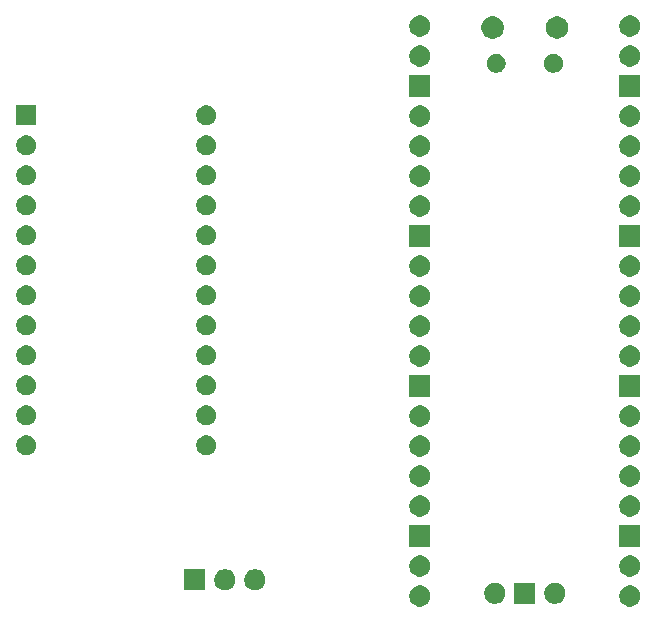
<source format=gbr>
G04 #@! TF.GenerationSoftware,KiCad,Pcbnew,5.1.5+dfsg1-2build2*
G04 #@! TF.CreationDate,2023-01-08T20:57:24+00:00*
G04 #@! TF.ProjectId,rom-reader,726f6d2d-7265-4616-9465-722e6b696361,rev?*
G04 #@! TF.SameCoordinates,Original*
G04 #@! TF.FileFunction,Soldermask,Bot*
G04 #@! TF.FilePolarity,Negative*
%FSLAX46Y46*%
G04 Gerber Fmt 4.6, Leading zero omitted, Abs format (unit mm)*
G04 Created by KiCad (PCBNEW 5.1.5+dfsg1-2build2) date 2023-01-08 20:57:24*
%MOMM*%
%LPD*%
G04 APERTURE LIST*
%ADD10C,0.100000*%
G04 APERTURE END LIST*
D10*
G36*
X66153512Y-35019527D02*
G01*
X66302812Y-35049224D01*
X66466784Y-35117144D01*
X66614354Y-35215747D01*
X66739853Y-35341246D01*
X66838456Y-35488816D01*
X66906376Y-35652788D01*
X66941000Y-35826859D01*
X66941000Y-36004341D01*
X66906376Y-36178412D01*
X66838456Y-36342384D01*
X66739853Y-36489954D01*
X66614354Y-36615453D01*
X66466784Y-36714056D01*
X66302812Y-36781976D01*
X66153512Y-36811673D01*
X66128742Y-36816600D01*
X65951258Y-36816600D01*
X65926488Y-36811673D01*
X65777188Y-36781976D01*
X65613216Y-36714056D01*
X65465646Y-36615453D01*
X65340147Y-36489954D01*
X65241544Y-36342384D01*
X65173624Y-36178412D01*
X65139000Y-36004341D01*
X65139000Y-35826859D01*
X65173624Y-35652788D01*
X65241544Y-35488816D01*
X65340147Y-35341246D01*
X65465646Y-35215747D01*
X65613216Y-35117144D01*
X65777188Y-35049224D01*
X65926488Y-35019527D01*
X65951258Y-35014600D01*
X66128742Y-35014600D01*
X66153512Y-35019527D01*
G37*
G36*
X48373512Y-35019527D02*
G01*
X48522812Y-35049224D01*
X48686784Y-35117144D01*
X48834354Y-35215747D01*
X48959853Y-35341246D01*
X49058456Y-35488816D01*
X49126376Y-35652788D01*
X49161000Y-35826859D01*
X49161000Y-36004341D01*
X49126376Y-36178412D01*
X49058456Y-36342384D01*
X48959853Y-36489954D01*
X48834354Y-36615453D01*
X48686784Y-36714056D01*
X48522812Y-36781976D01*
X48373512Y-36811673D01*
X48348742Y-36816600D01*
X48171258Y-36816600D01*
X48146488Y-36811673D01*
X47997188Y-36781976D01*
X47833216Y-36714056D01*
X47685646Y-36615453D01*
X47560147Y-36489954D01*
X47461544Y-36342384D01*
X47393624Y-36178412D01*
X47359000Y-36004341D01*
X47359000Y-35826859D01*
X47393624Y-35652788D01*
X47461544Y-35488816D01*
X47560147Y-35341246D01*
X47685646Y-35215747D01*
X47833216Y-35117144D01*
X47997188Y-35049224D01*
X48146488Y-35019527D01*
X48171258Y-35014600D01*
X48348742Y-35014600D01*
X48373512Y-35019527D01*
G37*
G36*
X58051000Y-36586600D02*
G01*
X56249000Y-36586600D01*
X56249000Y-34784600D01*
X58051000Y-34784600D01*
X58051000Y-36586600D01*
G37*
G36*
X59803512Y-34789527D02*
G01*
X59952812Y-34819224D01*
X60116784Y-34887144D01*
X60264354Y-34985747D01*
X60389853Y-35111246D01*
X60488456Y-35258816D01*
X60556376Y-35422788D01*
X60591000Y-35596859D01*
X60591000Y-35774341D01*
X60556376Y-35948412D01*
X60488456Y-36112384D01*
X60389853Y-36259954D01*
X60264354Y-36385453D01*
X60116784Y-36484056D01*
X59952812Y-36551976D01*
X59803512Y-36581673D01*
X59778742Y-36586600D01*
X59601258Y-36586600D01*
X59576488Y-36581673D01*
X59427188Y-36551976D01*
X59263216Y-36484056D01*
X59115646Y-36385453D01*
X58990147Y-36259954D01*
X58891544Y-36112384D01*
X58823624Y-35948412D01*
X58789000Y-35774341D01*
X58789000Y-35596859D01*
X58823624Y-35422788D01*
X58891544Y-35258816D01*
X58990147Y-35111246D01*
X59115646Y-34985747D01*
X59263216Y-34887144D01*
X59427188Y-34819224D01*
X59576488Y-34789527D01*
X59601258Y-34784600D01*
X59778742Y-34784600D01*
X59803512Y-34789527D01*
G37*
G36*
X54723512Y-34789527D02*
G01*
X54872812Y-34819224D01*
X55036784Y-34887144D01*
X55184354Y-34985747D01*
X55309853Y-35111246D01*
X55408456Y-35258816D01*
X55476376Y-35422788D01*
X55511000Y-35596859D01*
X55511000Y-35774341D01*
X55476376Y-35948412D01*
X55408456Y-36112384D01*
X55309853Y-36259954D01*
X55184354Y-36385453D01*
X55036784Y-36484056D01*
X54872812Y-36551976D01*
X54723512Y-36581673D01*
X54698742Y-36586600D01*
X54521258Y-36586600D01*
X54496488Y-36581673D01*
X54347188Y-36551976D01*
X54183216Y-36484056D01*
X54035646Y-36385453D01*
X53910147Y-36259954D01*
X53811544Y-36112384D01*
X53743624Y-35948412D01*
X53709000Y-35774341D01*
X53709000Y-35596859D01*
X53743624Y-35422788D01*
X53811544Y-35258816D01*
X53910147Y-35111246D01*
X54035646Y-34985747D01*
X54183216Y-34887144D01*
X54347188Y-34819224D01*
X54496488Y-34789527D01*
X54521258Y-34784600D01*
X54698742Y-34784600D01*
X54723512Y-34789527D01*
G37*
G36*
X34403512Y-33647927D02*
G01*
X34552812Y-33677624D01*
X34716784Y-33745544D01*
X34864354Y-33844147D01*
X34989853Y-33969646D01*
X35088456Y-34117216D01*
X35156376Y-34281188D01*
X35191000Y-34455259D01*
X35191000Y-34632741D01*
X35156376Y-34806812D01*
X35088456Y-34970784D01*
X34989853Y-35118354D01*
X34864354Y-35243853D01*
X34716784Y-35342456D01*
X34552812Y-35410376D01*
X34403512Y-35440073D01*
X34378742Y-35445000D01*
X34201258Y-35445000D01*
X34176488Y-35440073D01*
X34027188Y-35410376D01*
X33863216Y-35342456D01*
X33715646Y-35243853D01*
X33590147Y-35118354D01*
X33491544Y-34970784D01*
X33423624Y-34806812D01*
X33389000Y-34632741D01*
X33389000Y-34455259D01*
X33423624Y-34281188D01*
X33491544Y-34117216D01*
X33590147Y-33969646D01*
X33715646Y-33844147D01*
X33863216Y-33745544D01*
X34027188Y-33677624D01*
X34176488Y-33647927D01*
X34201258Y-33643000D01*
X34378742Y-33643000D01*
X34403512Y-33647927D01*
G37*
G36*
X30111000Y-35445000D02*
G01*
X28309000Y-35445000D01*
X28309000Y-33643000D01*
X30111000Y-33643000D01*
X30111000Y-35445000D01*
G37*
G36*
X31863512Y-33647927D02*
G01*
X32012812Y-33677624D01*
X32176784Y-33745544D01*
X32324354Y-33844147D01*
X32449853Y-33969646D01*
X32548456Y-34117216D01*
X32616376Y-34281188D01*
X32651000Y-34455259D01*
X32651000Y-34632741D01*
X32616376Y-34806812D01*
X32548456Y-34970784D01*
X32449853Y-35118354D01*
X32324354Y-35243853D01*
X32176784Y-35342456D01*
X32012812Y-35410376D01*
X31863512Y-35440073D01*
X31838742Y-35445000D01*
X31661258Y-35445000D01*
X31636488Y-35440073D01*
X31487188Y-35410376D01*
X31323216Y-35342456D01*
X31175646Y-35243853D01*
X31050147Y-35118354D01*
X30951544Y-34970784D01*
X30883624Y-34806812D01*
X30849000Y-34632741D01*
X30849000Y-34455259D01*
X30883624Y-34281188D01*
X30951544Y-34117216D01*
X31050147Y-33969646D01*
X31175646Y-33844147D01*
X31323216Y-33745544D01*
X31487188Y-33677624D01*
X31636488Y-33647927D01*
X31661258Y-33643000D01*
X31838742Y-33643000D01*
X31863512Y-33647927D01*
G37*
G36*
X48373512Y-32479527D02*
G01*
X48522812Y-32509224D01*
X48686784Y-32577144D01*
X48834354Y-32675747D01*
X48959853Y-32801246D01*
X49058456Y-32948816D01*
X49126376Y-33112788D01*
X49161000Y-33286859D01*
X49161000Y-33464341D01*
X49126376Y-33638412D01*
X49058456Y-33802384D01*
X48959853Y-33949954D01*
X48834354Y-34075453D01*
X48686784Y-34174056D01*
X48522812Y-34241976D01*
X48373512Y-34271673D01*
X48348742Y-34276600D01*
X48171258Y-34276600D01*
X48146488Y-34271673D01*
X47997188Y-34241976D01*
X47833216Y-34174056D01*
X47685646Y-34075453D01*
X47560147Y-33949954D01*
X47461544Y-33802384D01*
X47393624Y-33638412D01*
X47359000Y-33464341D01*
X47359000Y-33286859D01*
X47393624Y-33112788D01*
X47461544Y-32948816D01*
X47560147Y-32801246D01*
X47685646Y-32675747D01*
X47833216Y-32577144D01*
X47997188Y-32509224D01*
X48146488Y-32479527D01*
X48171258Y-32474600D01*
X48348742Y-32474600D01*
X48373512Y-32479527D01*
G37*
G36*
X66153512Y-32479527D02*
G01*
X66302812Y-32509224D01*
X66466784Y-32577144D01*
X66614354Y-32675747D01*
X66739853Y-32801246D01*
X66838456Y-32948816D01*
X66906376Y-33112788D01*
X66941000Y-33286859D01*
X66941000Y-33464341D01*
X66906376Y-33638412D01*
X66838456Y-33802384D01*
X66739853Y-33949954D01*
X66614354Y-34075453D01*
X66466784Y-34174056D01*
X66302812Y-34241976D01*
X66153512Y-34271673D01*
X66128742Y-34276600D01*
X65951258Y-34276600D01*
X65926488Y-34271673D01*
X65777188Y-34241976D01*
X65613216Y-34174056D01*
X65465646Y-34075453D01*
X65340147Y-33949954D01*
X65241544Y-33802384D01*
X65173624Y-33638412D01*
X65139000Y-33464341D01*
X65139000Y-33286859D01*
X65173624Y-33112788D01*
X65241544Y-32948816D01*
X65340147Y-32801246D01*
X65465646Y-32675747D01*
X65613216Y-32577144D01*
X65777188Y-32509224D01*
X65926488Y-32479527D01*
X65951258Y-32474600D01*
X66128742Y-32474600D01*
X66153512Y-32479527D01*
G37*
G36*
X49161000Y-31736600D02*
G01*
X47359000Y-31736600D01*
X47359000Y-29934600D01*
X49161000Y-29934600D01*
X49161000Y-31736600D01*
G37*
G36*
X66941000Y-31736600D02*
G01*
X65139000Y-31736600D01*
X65139000Y-29934600D01*
X66941000Y-29934600D01*
X66941000Y-31736600D01*
G37*
G36*
X48373512Y-27399527D02*
G01*
X48522812Y-27429224D01*
X48686784Y-27497144D01*
X48834354Y-27595747D01*
X48959853Y-27721246D01*
X49058456Y-27868816D01*
X49126376Y-28032788D01*
X49161000Y-28206859D01*
X49161000Y-28384341D01*
X49126376Y-28558412D01*
X49058456Y-28722384D01*
X48959853Y-28869954D01*
X48834354Y-28995453D01*
X48686784Y-29094056D01*
X48522812Y-29161976D01*
X48373512Y-29191673D01*
X48348742Y-29196600D01*
X48171258Y-29196600D01*
X48146488Y-29191673D01*
X47997188Y-29161976D01*
X47833216Y-29094056D01*
X47685646Y-28995453D01*
X47560147Y-28869954D01*
X47461544Y-28722384D01*
X47393624Y-28558412D01*
X47359000Y-28384341D01*
X47359000Y-28206859D01*
X47393624Y-28032788D01*
X47461544Y-27868816D01*
X47560147Y-27721246D01*
X47685646Y-27595747D01*
X47833216Y-27497144D01*
X47997188Y-27429224D01*
X48146488Y-27399527D01*
X48171258Y-27394600D01*
X48348742Y-27394600D01*
X48373512Y-27399527D01*
G37*
G36*
X66153512Y-27399527D02*
G01*
X66302812Y-27429224D01*
X66466784Y-27497144D01*
X66614354Y-27595747D01*
X66739853Y-27721246D01*
X66838456Y-27868816D01*
X66906376Y-28032788D01*
X66941000Y-28206859D01*
X66941000Y-28384341D01*
X66906376Y-28558412D01*
X66838456Y-28722384D01*
X66739853Y-28869954D01*
X66614354Y-28995453D01*
X66466784Y-29094056D01*
X66302812Y-29161976D01*
X66153512Y-29191673D01*
X66128742Y-29196600D01*
X65951258Y-29196600D01*
X65926488Y-29191673D01*
X65777188Y-29161976D01*
X65613216Y-29094056D01*
X65465646Y-28995453D01*
X65340147Y-28869954D01*
X65241544Y-28722384D01*
X65173624Y-28558412D01*
X65139000Y-28384341D01*
X65139000Y-28206859D01*
X65173624Y-28032788D01*
X65241544Y-27868816D01*
X65340147Y-27721246D01*
X65465646Y-27595747D01*
X65613216Y-27497144D01*
X65777188Y-27429224D01*
X65926488Y-27399527D01*
X65951258Y-27394600D01*
X66128742Y-27394600D01*
X66153512Y-27399527D01*
G37*
G36*
X66153512Y-24859527D02*
G01*
X66302812Y-24889224D01*
X66466784Y-24957144D01*
X66614354Y-25055747D01*
X66739853Y-25181246D01*
X66838456Y-25328816D01*
X66906376Y-25492788D01*
X66941000Y-25666859D01*
X66941000Y-25844341D01*
X66906376Y-26018412D01*
X66838456Y-26182384D01*
X66739853Y-26329954D01*
X66614354Y-26455453D01*
X66466784Y-26554056D01*
X66302812Y-26621976D01*
X66153512Y-26651673D01*
X66128742Y-26656600D01*
X65951258Y-26656600D01*
X65926488Y-26651673D01*
X65777188Y-26621976D01*
X65613216Y-26554056D01*
X65465646Y-26455453D01*
X65340147Y-26329954D01*
X65241544Y-26182384D01*
X65173624Y-26018412D01*
X65139000Y-25844341D01*
X65139000Y-25666859D01*
X65173624Y-25492788D01*
X65241544Y-25328816D01*
X65340147Y-25181246D01*
X65465646Y-25055747D01*
X65613216Y-24957144D01*
X65777188Y-24889224D01*
X65926488Y-24859527D01*
X65951258Y-24854600D01*
X66128742Y-24854600D01*
X66153512Y-24859527D01*
G37*
G36*
X48373512Y-24859527D02*
G01*
X48522812Y-24889224D01*
X48686784Y-24957144D01*
X48834354Y-25055747D01*
X48959853Y-25181246D01*
X49058456Y-25328816D01*
X49126376Y-25492788D01*
X49161000Y-25666859D01*
X49161000Y-25844341D01*
X49126376Y-26018412D01*
X49058456Y-26182384D01*
X48959853Y-26329954D01*
X48834354Y-26455453D01*
X48686784Y-26554056D01*
X48522812Y-26621976D01*
X48373512Y-26651673D01*
X48348742Y-26656600D01*
X48171258Y-26656600D01*
X48146488Y-26651673D01*
X47997188Y-26621976D01*
X47833216Y-26554056D01*
X47685646Y-26455453D01*
X47560147Y-26329954D01*
X47461544Y-26182384D01*
X47393624Y-26018412D01*
X47359000Y-25844341D01*
X47359000Y-25666859D01*
X47393624Y-25492788D01*
X47461544Y-25328816D01*
X47560147Y-25181246D01*
X47685646Y-25055747D01*
X47833216Y-24957144D01*
X47997188Y-24889224D01*
X48146488Y-24859527D01*
X48171258Y-24854600D01*
X48348742Y-24854600D01*
X48373512Y-24859527D01*
G37*
G36*
X66153512Y-22319527D02*
G01*
X66302812Y-22349224D01*
X66466784Y-22417144D01*
X66614354Y-22515747D01*
X66739853Y-22641246D01*
X66838456Y-22788816D01*
X66906376Y-22952788D01*
X66941000Y-23126859D01*
X66941000Y-23304341D01*
X66906376Y-23478412D01*
X66838456Y-23642384D01*
X66739853Y-23789954D01*
X66614354Y-23915453D01*
X66466784Y-24014056D01*
X66302812Y-24081976D01*
X66153512Y-24111673D01*
X66128742Y-24116600D01*
X65951258Y-24116600D01*
X65926488Y-24111673D01*
X65777188Y-24081976D01*
X65613216Y-24014056D01*
X65465646Y-23915453D01*
X65340147Y-23789954D01*
X65241544Y-23642384D01*
X65173624Y-23478412D01*
X65139000Y-23304341D01*
X65139000Y-23126859D01*
X65173624Y-22952788D01*
X65241544Y-22788816D01*
X65340147Y-22641246D01*
X65465646Y-22515747D01*
X65613216Y-22417144D01*
X65777188Y-22349224D01*
X65926488Y-22319527D01*
X65951258Y-22314600D01*
X66128742Y-22314600D01*
X66153512Y-22319527D01*
G37*
G36*
X48373512Y-22319527D02*
G01*
X48522812Y-22349224D01*
X48686784Y-22417144D01*
X48834354Y-22515747D01*
X48959853Y-22641246D01*
X49058456Y-22788816D01*
X49126376Y-22952788D01*
X49161000Y-23126859D01*
X49161000Y-23304341D01*
X49126376Y-23478412D01*
X49058456Y-23642384D01*
X48959853Y-23789954D01*
X48834354Y-23915453D01*
X48686784Y-24014056D01*
X48522812Y-24081976D01*
X48373512Y-24111673D01*
X48348742Y-24116600D01*
X48171258Y-24116600D01*
X48146488Y-24111673D01*
X47997188Y-24081976D01*
X47833216Y-24014056D01*
X47685646Y-23915453D01*
X47560147Y-23789954D01*
X47461544Y-23642384D01*
X47393624Y-23478412D01*
X47359000Y-23304341D01*
X47359000Y-23126859D01*
X47393624Y-22952788D01*
X47461544Y-22788816D01*
X47560147Y-22641246D01*
X47685646Y-22515747D01*
X47833216Y-22417144D01*
X47997188Y-22349224D01*
X48146488Y-22319527D01*
X48171258Y-22314600D01*
X48348742Y-22314600D01*
X48373512Y-22319527D01*
G37*
G36*
X15191629Y-22346704D02*
G01*
X15346501Y-22410854D01*
X15485882Y-22503986D01*
X15604416Y-22622520D01*
X15697548Y-22761901D01*
X15761698Y-22916773D01*
X15794401Y-23081185D01*
X15794401Y-23248817D01*
X15761698Y-23413229D01*
X15697548Y-23568101D01*
X15604416Y-23707482D01*
X15485882Y-23826016D01*
X15346501Y-23919148D01*
X15191629Y-23983298D01*
X15027217Y-24016001D01*
X14859585Y-24016001D01*
X14695173Y-23983298D01*
X14540301Y-23919148D01*
X14400920Y-23826016D01*
X14282386Y-23707482D01*
X14189254Y-23568101D01*
X14125104Y-23413229D01*
X14092401Y-23248817D01*
X14092401Y-23081185D01*
X14125104Y-22916773D01*
X14189254Y-22761901D01*
X14282386Y-22622520D01*
X14400920Y-22503986D01*
X14540301Y-22410854D01*
X14695173Y-22346704D01*
X14859585Y-22314001D01*
X15027217Y-22314001D01*
X15191629Y-22346704D01*
G37*
G36*
X30431629Y-22346704D02*
G01*
X30586501Y-22410854D01*
X30725882Y-22503986D01*
X30844416Y-22622520D01*
X30937548Y-22761901D01*
X31001698Y-22916773D01*
X31034401Y-23081185D01*
X31034401Y-23248817D01*
X31001698Y-23413229D01*
X30937548Y-23568101D01*
X30844416Y-23707482D01*
X30725882Y-23826016D01*
X30586501Y-23919148D01*
X30431629Y-23983298D01*
X30267217Y-24016001D01*
X30099585Y-24016001D01*
X29935173Y-23983298D01*
X29780301Y-23919148D01*
X29640920Y-23826016D01*
X29522386Y-23707482D01*
X29429254Y-23568101D01*
X29365104Y-23413229D01*
X29332401Y-23248817D01*
X29332401Y-23081185D01*
X29365104Y-22916773D01*
X29429254Y-22761901D01*
X29522386Y-22622520D01*
X29640920Y-22503986D01*
X29780301Y-22410854D01*
X29935173Y-22346704D01*
X30099585Y-22314001D01*
X30267217Y-22314001D01*
X30431629Y-22346704D01*
G37*
G36*
X66153512Y-19779527D02*
G01*
X66302812Y-19809224D01*
X66466784Y-19877144D01*
X66614354Y-19975747D01*
X66739853Y-20101246D01*
X66838456Y-20248816D01*
X66906376Y-20412788D01*
X66941000Y-20586859D01*
X66941000Y-20764341D01*
X66906376Y-20938412D01*
X66838456Y-21102384D01*
X66739853Y-21249954D01*
X66614354Y-21375453D01*
X66466784Y-21474056D01*
X66302812Y-21541976D01*
X66153512Y-21571673D01*
X66128742Y-21576600D01*
X65951258Y-21576600D01*
X65926488Y-21571673D01*
X65777188Y-21541976D01*
X65613216Y-21474056D01*
X65465646Y-21375453D01*
X65340147Y-21249954D01*
X65241544Y-21102384D01*
X65173624Y-20938412D01*
X65139000Y-20764341D01*
X65139000Y-20586859D01*
X65173624Y-20412788D01*
X65241544Y-20248816D01*
X65340147Y-20101246D01*
X65465646Y-19975747D01*
X65613216Y-19877144D01*
X65777188Y-19809224D01*
X65926488Y-19779527D01*
X65951258Y-19774600D01*
X66128742Y-19774600D01*
X66153512Y-19779527D01*
G37*
G36*
X48373512Y-19779527D02*
G01*
X48522812Y-19809224D01*
X48686784Y-19877144D01*
X48834354Y-19975747D01*
X48959853Y-20101246D01*
X49058456Y-20248816D01*
X49126376Y-20412788D01*
X49161000Y-20586859D01*
X49161000Y-20764341D01*
X49126376Y-20938412D01*
X49058456Y-21102384D01*
X48959853Y-21249954D01*
X48834354Y-21375453D01*
X48686784Y-21474056D01*
X48522812Y-21541976D01*
X48373512Y-21571673D01*
X48348742Y-21576600D01*
X48171258Y-21576600D01*
X48146488Y-21571673D01*
X47997188Y-21541976D01*
X47833216Y-21474056D01*
X47685646Y-21375453D01*
X47560147Y-21249954D01*
X47461544Y-21102384D01*
X47393624Y-20938412D01*
X47359000Y-20764341D01*
X47359000Y-20586859D01*
X47393624Y-20412788D01*
X47461544Y-20248816D01*
X47560147Y-20101246D01*
X47685646Y-19975747D01*
X47833216Y-19877144D01*
X47997188Y-19809224D01*
X48146488Y-19779527D01*
X48171258Y-19774600D01*
X48348742Y-19774600D01*
X48373512Y-19779527D01*
G37*
G36*
X30431629Y-19806704D02*
G01*
X30586501Y-19870854D01*
X30725882Y-19963986D01*
X30844416Y-20082520D01*
X30937548Y-20221901D01*
X31001698Y-20376773D01*
X31034401Y-20541185D01*
X31034401Y-20708817D01*
X31001698Y-20873229D01*
X30937548Y-21028101D01*
X30844416Y-21167482D01*
X30725882Y-21286016D01*
X30586501Y-21379148D01*
X30431629Y-21443298D01*
X30267217Y-21476001D01*
X30099585Y-21476001D01*
X29935173Y-21443298D01*
X29780301Y-21379148D01*
X29640920Y-21286016D01*
X29522386Y-21167482D01*
X29429254Y-21028101D01*
X29365104Y-20873229D01*
X29332401Y-20708817D01*
X29332401Y-20541185D01*
X29365104Y-20376773D01*
X29429254Y-20221901D01*
X29522386Y-20082520D01*
X29640920Y-19963986D01*
X29780301Y-19870854D01*
X29935173Y-19806704D01*
X30099585Y-19774001D01*
X30267217Y-19774001D01*
X30431629Y-19806704D01*
G37*
G36*
X15191629Y-19806704D02*
G01*
X15346501Y-19870854D01*
X15485882Y-19963986D01*
X15604416Y-20082520D01*
X15697548Y-20221901D01*
X15761698Y-20376773D01*
X15794401Y-20541185D01*
X15794401Y-20708817D01*
X15761698Y-20873229D01*
X15697548Y-21028101D01*
X15604416Y-21167482D01*
X15485882Y-21286016D01*
X15346501Y-21379148D01*
X15191629Y-21443298D01*
X15027217Y-21476001D01*
X14859585Y-21476001D01*
X14695173Y-21443298D01*
X14540301Y-21379148D01*
X14400920Y-21286016D01*
X14282386Y-21167482D01*
X14189254Y-21028101D01*
X14125104Y-20873229D01*
X14092401Y-20708817D01*
X14092401Y-20541185D01*
X14125104Y-20376773D01*
X14189254Y-20221901D01*
X14282386Y-20082520D01*
X14400920Y-19963986D01*
X14540301Y-19870854D01*
X14695173Y-19806704D01*
X14859585Y-19774001D01*
X15027217Y-19774001D01*
X15191629Y-19806704D01*
G37*
G36*
X66941000Y-19036600D02*
G01*
X65139000Y-19036600D01*
X65139000Y-17234600D01*
X66941000Y-17234600D01*
X66941000Y-19036600D01*
G37*
G36*
X49161000Y-19036600D02*
G01*
X47359000Y-19036600D01*
X47359000Y-17234600D01*
X49161000Y-17234600D01*
X49161000Y-19036600D01*
G37*
G36*
X30431629Y-17266704D02*
G01*
X30586501Y-17330854D01*
X30725882Y-17423986D01*
X30844416Y-17542520D01*
X30937548Y-17681901D01*
X31001698Y-17836773D01*
X31034401Y-18001185D01*
X31034401Y-18168817D01*
X31001698Y-18333229D01*
X30937548Y-18488101D01*
X30844416Y-18627482D01*
X30725882Y-18746016D01*
X30586501Y-18839148D01*
X30431629Y-18903298D01*
X30267217Y-18936001D01*
X30099585Y-18936001D01*
X29935173Y-18903298D01*
X29780301Y-18839148D01*
X29640920Y-18746016D01*
X29522386Y-18627482D01*
X29429254Y-18488101D01*
X29365104Y-18333229D01*
X29332401Y-18168817D01*
X29332401Y-18001185D01*
X29365104Y-17836773D01*
X29429254Y-17681901D01*
X29522386Y-17542520D01*
X29640920Y-17423986D01*
X29780301Y-17330854D01*
X29935173Y-17266704D01*
X30099585Y-17234001D01*
X30267217Y-17234001D01*
X30431629Y-17266704D01*
G37*
G36*
X15191629Y-17266704D02*
G01*
X15346501Y-17330854D01*
X15485882Y-17423986D01*
X15604416Y-17542520D01*
X15697548Y-17681901D01*
X15761698Y-17836773D01*
X15794401Y-18001185D01*
X15794401Y-18168817D01*
X15761698Y-18333229D01*
X15697548Y-18488101D01*
X15604416Y-18627482D01*
X15485882Y-18746016D01*
X15346501Y-18839148D01*
X15191629Y-18903298D01*
X15027217Y-18936001D01*
X14859585Y-18936001D01*
X14695173Y-18903298D01*
X14540301Y-18839148D01*
X14400920Y-18746016D01*
X14282386Y-18627482D01*
X14189254Y-18488101D01*
X14125104Y-18333229D01*
X14092401Y-18168817D01*
X14092401Y-18001185D01*
X14125104Y-17836773D01*
X14189254Y-17681901D01*
X14282386Y-17542520D01*
X14400920Y-17423986D01*
X14540301Y-17330854D01*
X14695173Y-17266704D01*
X14859585Y-17234001D01*
X15027217Y-17234001D01*
X15191629Y-17266704D01*
G37*
G36*
X48373512Y-14699527D02*
G01*
X48522812Y-14729224D01*
X48686784Y-14797144D01*
X48834354Y-14895747D01*
X48959853Y-15021246D01*
X49058456Y-15168816D01*
X49126376Y-15332788D01*
X49161000Y-15506859D01*
X49161000Y-15684341D01*
X49126376Y-15858412D01*
X49058456Y-16022384D01*
X48959853Y-16169954D01*
X48834354Y-16295453D01*
X48686784Y-16394056D01*
X48522812Y-16461976D01*
X48373512Y-16491673D01*
X48348742Y-16496600D01*
X48171258Y-16496600D01*
X48146488Y-16491673D01*
X47997188Y-16461976D01*
X47833216Y-16394056D01*
X47685646Y-16295453D01*
X47560147Y-16169954D01*
X47461544Y-16022384D01*
X47393624Y-15858412D01*
X47359000Y-15684341D01*
X47359000Y-15506859D01*
X47393624Y-15332788D01*
X47461544Y-15168816D01*
X47560147Y-15021246D01*
X47685646Y-14895747D01*
X47833216Y-14797144D01*
X47997188Y-14729224D01*
X48146488Y-14699527D01*
X48171258Y-14694600D01*
X48348742Y-14694600D01*
X48373512Y-14699527D01*
G37*
G36*
X66153512Y-14699527D02*
G01*
X66302812Y-14729224D01*
X66466784Y-14797144D01*
X66614354Y-14895747D01*
X66739853Y-15021246D01*
X66838456Y-15168816D01*
X66906376Y-15332788D01*
X66941000Y-15506859D01*
X66941000Y-15684341D01*
X66906376Y-15858412D01*
X66838456Y-16022384D01*
X66739853Y-16169954D01*
X66614354Y-16295453D01*
X66466784Y-16394056D01*
X66302812Y-16461976D01*
X66153512Y-16491673D01*
X66128742Y-16496600D01*
X65951258Y-16496600D01*
X65926488Y-16491673D01*
X65777188Y-16461976D01*
X65613216Y-16394056D01*
X65465646Y-16295453D01*
X65340147Y-16169954D01*
X65241544Y-16022384D01*
X65173624Y-15858412D01*
X65139000Y-15684341D01*
X65139000Y-15506859D01*
X65173624Y-15332788D01*
X65241544Y-15168816D01*
X65340147Y-15021246D01*
X65465646Y-14895747D01*
X65613216Y-14797144D01*
X65777188Y-14729224D01*
X65926488Y-14699527D01*
X65951258Y-14694600D01*
X66128742Y-14694600D01*
X66153512Y-14699527D01*
G37*
G36*
X30431629Y-14726704D02*
G01*
X30586501Y-14790854D01*
X30725882Y-14883986D01*
X30844416Y-15002520D01*
X30937548Y-15141901D01*
X31001698Y-15296773D01*
X31034401Y-15461185D01*
X31034401Y-15628817D01*
X31001698Y-15793229D01*
X30937548Y-15948101D01*
X30844416Y-16087482D01*
X30725882Y-16206016D01*
X30586501Y-16299148D01*
X30431629Y-16363298D01*
X30267217Y-16396001D01*
X30099585Y-16396001D01*
X29935173Y-16363298D01*
X29780301Y-16299148D01*
X29640920Y-16206016D01*
X29522386Y-16087482D01*
X29429254Y-15948101D01*
X29365104Y-15793229D01*
X29332401Y-15628817D01*
X29332401Y-15461185D01*
X29365104Y-15296773D01*
X29429254Y-15141901D01*
X29522386Y-15002520D01*
X29640920Y-14883986D01*
X29780301Y-14790854D01*
X29935173Y-14726704D01*
X30099585Y-14694001D01*
X30267217Y-14694001D01*
X30431629Y-14726704D01*
G37*
G36*
X15191629Y-14726704D02*
G01*
X15346501Y-14790854D01*
X15485882Y-14883986D01*
X15604416Y-15002520D01*
X15697548Y-15141901D01*
X15761698Y-15296773D01*
X15794401Y-15461185D01*
X15794401Y-15628817D01*
X15761698Y-15793229D01*
X15697548Y-15948101D01*
X15604416Y-16087482D01*
X15485882Y-16206016D01*
X15346501Y-16299148D01*
X15191629Y-16363298D01*
X15027217Y-16396001D01*
X14859585Y-16396001D01*
X14695173Y-16363298D01*
X14540301Y-16299148D01*
X14400920Y-16206016D01*
X14282386Y-16087482D01*
X14189254Y-15948101D01*
X14125104Y-15793229D01*
X14092401Y-15628817D01*
X14092401Y-15461185D01*
X14125104Y-15296773D01*
X14189254Y-15141901D01*
X14282386Y-15002520D01*
X14400920Y-14883986D01*
X14540301Y-14790854D01*
X14695173Y-14726704D01*
X14859585Y-14694001D01*
X15027217Y-14694001D01*
X15191629Y-14726704D01*
G37*
G36*
X48373512Y-12159527D02*
G01*
X48522812Y-12189224D01*
X48686784Y-12257144D01*
X48834354Y-12355747D01*
X48959853Y-12481246D01*
X49058456Y-12628816D01*
X49126376Y-12792788D01*
X49161000Y-12966859D01*
X49161000Y-13144341D01*
X49126376Y-13318412D01*
X49058456Y-13482384D01*
X48959853Y-13629954D01*
X48834354Y-13755453D01*
X48686784Y-13854056D01*
X48522812Y-13921976D01*
X48373512Y-13951673D01*
X48348742Y-13956600D01*
X48171258Y-13956600D01*
X48146488Y-13951673D01*
X47997188Y-13921976D01*
X47833216Y-13854056D01*
X47685646Y-13755453D01*
X47560147Y-13629954D01*
X47461544Y-13482384D01*
X47393624Y-13318412D01*
X47359000Y-13144341D01*
X47359000Y-12966859D01*
X47393624Y-12792788D01*
X47461544Y-12628816D01*
X47560147Y-12481246D01*
X47685646Y-12355747D01*
X47833216Y-12257144D01*
X47997188Y-12189224D01*
X48146488Y-12159527D01*
X48171258Y-12154600D01*
X48348742Y-12154600D01*
X48373512Y-12159527D01*
G37*
G36*
X66153512Y-12159527D02*
G01*
X66302812Y-12189224D01*
X66466784Y-12257144D01*
X66614354Y-12355747D01*
X66739853Y-12481246D01*
X66838456Y-12628816D01*
X66906376Y-12792788D01*
X66941000Y-12966859D01*
X66941000Y-13144341D01*
X66906376Y-13318412D01*
X66838456Y-13482384D01*
X66739853Y-13629954D01*
X66614354Y-13755453D01*
X66466784Y-13854056D01*
X66302812Y-13921976D01*
X66153512Y-13951673D01*
X66128742Y-13956600D01*
X65951258Y-13956600D01*
X65926488Y-13951673D01*
X65777188Y-13921976D01*
X65613216Y-13854056D01*
X65465646Y-13755453D01*
X65340147Y-13629954D01*
X65241544Y-13482384D01*
X65173624Y-13318412D01*
X65139000Y-13144341D01*
X65139000Y-12966859D01*
X65173624Y-12792788D01*
X65241544Y-12628816D01*
X65340147Y-12481246D01*
X65465646Y-12355747D01*
X65613216Y-12257144D01*
X65777188Y-12189224D01*
X65926488Y-12159527D01*
X65951258Y-12154600D01*
X66128742Y-12154600D01*
X66153512Y-12159527D01*
G37*
G36*
X15191629Y-12186704D02*
G01*
X15346501Y-12250854D01*
X15485882Y-12343986D01*
X15604416Y-12462520D01*
X15697548Y-12601901D01*
X15761698Y-12756773D01*
X15794401Y-12921185D01*
X15794401Y-13088817D01*
X15761698Y-13253229D01*
X15697548Y-13408101D01*
X15604416Y-13547482D01*
X15485882Y-13666016D01*
X15346501Y-13759148D01*
X15191629Y-13823298D01*
X15027217Y-13856001D01*
X14859585Y-13856001D01*
X14695173Y-13823298D01*
X14540301Y-13759148D01*
X14400920Y-13666016D01*
X14282386Y-13547482D01*
X14189254Y-13408101D01*
X14125104Y-13253229D01*
X14092401Y-13088817D01*
X14092401Y-12921185D01*
X14125104Y-12756773D01*
X14189254Y-12601901D01*
X14282386Y-12462520D01*
X14400920Y-12343986D01*
X14540301Y-12250854D01*
X14695173Y-12186704D01*
X14859585Y-12154001D01*
X15027217Y-12154001D01*
X15191629Y-12186704D01*
G37*
G36*
X30431629Y-12186704D02*
G01*
X30586501Y-12250854D01*
X30725882Y-12343986D01*
X30844416Y-12462520D01*
X30937548Y-12601901D01*
X31001698Y-12756773D01*
X31034401Y-12921185D01*
X31034401Y-13088817D01*
X31001698Y-13253229D01*
X30937548Y-13408101D01*
X30844416Y-13547482D01*
X30725882Y-13666016D01*
X30586501Y-13759148D01*
X30431629Y-13823298D01*
X30267217Y-13856001D01*
X30099585Y-13856001D01*
X29935173Y-13823298D01*
X29780301Y-13759148D01*
X29640920Y-13666016D01*
X29522386Y-13547482D01*
X29429254Y-13408101D01*
X29365104Y-13253229D01*
X29332401Y-13088817D01*
X29332401Y-12921185D01*
X29365104Y-12756773D01*
X29429254Y-12601901D01*
X29522386Y-12462520D01*
X29640920Y-12343986D01*
X29780301Y-12250854D01*
X29935173Y-12186704D01*
X30099585Y-12154001D01*
X30267217Y-12154001D01*
X30431629Y-12186704D01*
G37*
G36*
X66153512Y-9619527D02*
G01*
X66302812Y-9649224D01*
X66466784Y-9717144D01*
X66614354Y-9815747D01*
X66739853Y-9941246D01*
X66838456Y-10088816D01*
X66906376Y-10252788D01*
X66941000Y-10426859D01*
X66941000Y-10604341D01*
X66906376Y-10778412D01*
X66838456Y-10942384D01*
X66739853Y-11089954D01*
X66614354Y-11215453D01*
X66466784Y-11314056D01*
X66302812Y-11381976D01*
X66153512Y-11411673D01*
X66128742Y-11416600D01*
X65951258Y-11416600D01*
X65926488Y-11411673D01*
X65777188Y-11381976D01*
X65613216Y-11314056D01*
X65465646Y-11215453D01*
X65340147Y-11089954D01*
X65241544Y-10942384D01*
X65173624Y-10778412D01*
X65139000Y-10604341D01*
X65139000Y-10426859D01*
X65173624Y-10252788D01*
X65241544Y-10088816D01*
X65340147Y-9941246D01*
X65465646Y-9815747D01*
X65613216Y-9717144D01*
X65777188Y-9649224D01*
X65926488Y-9619527D01*
X65951258Y-9614600D01*
X66128742Y-9614600D01*
X66153512Y-9619527D01*
G37*
G36*
X48373512Y-9619527D02*
G01*
X48522812Y-9649224D01*
X48686784Y-9717144D01*
X48834354Y-9815747D01*
X48959853Y-9941246D01*
X49058456Y-10088816D01*
X49126376Y-10252788D01*
X49161000Y-10426859D01*
X49161000Y-10604341D01*
X49126376Y-10778412D01*
X49058456Y-10942384D01*
X48959853Y-11089954D01*
X48834354Y-11215453D01*
X48686784Y-11314056D01*
X48522812Y-11381976D01*
X48373512Y-11411673D01*
X48348742Y-11416600D01*
X48171258Y-11416600D01*
X48146488Y-11411673D01*
X47997188Y-11381976D01*
X47833216Y-11314056D01*
X47685646Y-11215453D01*
X47560147Y-11089954D01*
X47461544Y-10942384D01*
X47393624Y-10778412D01*
X47359000Y-10604341D01*
X47359000Y-10426859D01*
X47393624Y-10252788D01*
X47461544Y-10088816D01*
X47560147Y-9941246D01*
X47685646Y-9815747D01*
X47833216Y-9717144D01*
X47997188Y-9649224D01*
X48146488Y-9619527D01*
X48171258Y-9614600D01*
X48348742Y-9614600D01*
X48373512Y-9619527D01*
G37*
G36*
X30431629Y-9646704D02*
G01*
X30586501Y-9710854D01*
X30725882Y-9803986D01*
X30844416Y-9922520D01*
X30937548Y-10061901D01*
X31001698Y-10216773D01*
X31034401Y-10381185D01*
X31034401Y-10548817D01*
X31001698Y-10713229D01*
X30937548Y-10868101D01*
X30844416Y-11007482D01*
X30725882Y-11126016D01*
X30586501Y-11219148D01*
X30431629Y-11283298D01*
X30267217Y-11316001D01*
X30099585Y-11316001D01*
X29935173Y-11283298D01*
X29780301Y-11219148D01*
X29640920Y-11126016D01*
X29522386Y-11007482D01*
X29429254Y-10868101D01*
X29365104Y-10713229D01*
X29332401Y-10548817D01*
X29332401Y-10381185D01*
X29365104Y-10216773D01*
X29429254Y-10061901D01*
X29522386Y-9922520D01*
X29640920Y-9803986D01*
X29780301Y-9710854D01*
X29935173Y-9646704D01*
X30099585Y-9614001D01*
X30267217Y-9614001D01*
X30431629Y-9646704D01*
G37*
G36*
X15191629Y-9646704D02*
G01*
X15346501Y-9710854D01*
X15485882Y-9803986D01*
X15604416Y-9922520D01*
X15697548Y-10061901D01*
X15761698Y-10216773D01*
X15794401Y-10381185D01*
X15794401Y-10548817D01*
X15761698Y-10713229D01*
X15697548Y-10868101D01*
X15604416Y-11007482D01*
X15485882Y-11126016D01*
X15346501Y-11219148D01*
X15191629Y-11283298D01*
X15027217Y-11316001D01*
X14859585Y-11316001D01*
X14695173Y-11283298D01*
X14540301Y-11219148D01*
X14400920Y-11126016D01*
X14282386Y-11007482D01*
X14189254Y-10868101D01*
X14125104Y-10713229D01*
X14092401Y-10548817D01*
X14092401Y-10381185D01*
X14125104Y-10216773D01*
X14189254Y-10061901D01*
X14282386Y-9922520D01*
X14400920Y-9803986D01*
X14540301Y-9710854D01*
X14695173Y-9646704D01*
X14859585Y-9614001D01*
X15027217Y-9614001D01*
X15191629Y-9646704D01*
G37*
G36*
X66153512Y-7079527D02*
G01*
X66302812Y-7109224D01*
X66466784Y-7177144D01*
X66614354Y-7275747D01*
X66739853Y-7401246D01*
X66838456Y-7548816D01*
X66906376Y-7712788D01*
X66941000Y-7886859D01*
X66941000Y-8064341D01*
X66906376Y-8238412D01*
X66838456Y-8402384D01*
X66739853Y-8549954D01*
X66614354Y-8675453D01*
X66466784Y-8774056D01*
X66302812Y-8841976D01*
X66153512Y-8871673D01*
X66128742Y-8876600D01*
X65951258Y-8876600D01*
X65926488Y-8871673D01*
X65777188Y-8841976D01*
X65613216Y-8774056D01*
X65465646Y-8675453D01*
X65340147Y-8549954D01*
X65241544Y-8402384D01*
X65173624Y-8238412D01*
X65139000Y-8064341D01*
X65139000Y-7886859D01*
X65173624Y-7712788D01*
X65241544Y-7548816D01*
X65340147Y-7401246D01*
X65465646Y-7275747D01*
X65613216Y-7177144D01*
X65777188Y-7109224D01*
X65926488Y-7079527D01*
X65951258Y-7074600D01*
X66128742Y-7074600D01*
X66153512Y-7079527D01*
G37*
G36*
X48373512Y-7079527D02*
G01*
X48522812Y-7109224D01*
X48686784Y-7177144D01*
X48834354Y-7275747D01*
X48959853Y-7401246D01*
X49058456Y-7548816D01*
X49126376Y-7712788D01*
X49161000Y-7886859D01*
X49161000Y-8064341D01*
X49126376Y-8238412D01*
X49058456Y-8402384D01*
X48959853Y-8549954D01*
X48834354Y-8675453D01*
X48686784Y-8774056D01*
X48522812Y-8841976D01*
X48373512Y-8871673D01*
X48348742Y-8876600D01*
X48171258Y-8876600D01*
X48146488Y-8871673D01*
X47997188Y-8841976D01*
X47833216Y-8774056D01*
X47685646Y-8675453D01*
X47560147Y-8549954D01*
X47461544Y-8402384D01*
X47393624Y-8238412D01*
X47359000Y-8064341D01*
X47359000Y-7886859D01*
X47393624Y-7712788D01*
X47461544Y-7548816D01*
X47560147Y-7401246D01*
X47685646Y-7275747D01*
X47833216Y-7177144D01*
X47997188Y-7109224D01*
X48146488Y-7079527D01*
X48171258Y-7074600D01*
X48348742Y-7074600D01*
X48373512Y-7079527D01*
G37*
G36*
X30431629Y-7106704D02*
G01*
X30586501Y-7170854D01*
X30725882Y-7263986D01*
X30844416Y-7382520D01*
X30937548Y-7521901D01*
X31001698Y-7676773D01*
X31034401Y-7841185D01*
X31034401Y-8008817D01*
X31001698Y-8173229D01*
X30937548Y-8328101D01*
X30844416Y-8467482D01*
X30725882Y-8586016D01*
X30586501Y-8679148D01*
X30431629Y-8743298D01*
X30267217Y-8776001D01*
X30099585Y-8776001D01*
X29935173Y-8743298D01*
X29780301Y-8679148D01*
X29640920Y-8586016D01*
X29522386Y-8467482D01*
X29429254Y-8328101D01*
X29365104Y-8173229D01*
X29332401Y-8008817D01*
X29332401Y-7841185D01*
X29365104Y-7676773D01*
X29429254Y-7521901D01*
X29522386Y-7382520D01*
X29640920Y-7263986D01*
X29780301Y-7170854D01*
X29935173Y-7106704D01*
X30099585Y-7074001D01*
X30267217Y-7074001D01*
X30431629Y-7106704D01*
G37*
G36*
X15191629Y-7106704D02*
G01*
X15346501Y-7170854D01*
X15485882Y-7263986D01*
X15604416Y-7382520D01*
X15697548Y-7521901D01*
X15761698Y-7676773D01*
X15794401Y-7841185D01*
X15794401Y-8008817D01*
X15761698Y-8173229D01*
X15697548Y-8328101D01*
X15604416Y-8467482D01*
X15485882Y-8586016D01*
X15346501Y-8679148D01*
X15191629Y-8743298D01*
X15027217Y-8776001D01*
X14859585Y-8776001D01*
X14695173Y-8743298D01*
X14540301Y-8679148D01*
X14400920Y-8586016D01*
X14282386Y-8467482D01*
X14189254Y-8328101D01*
X14125104Y-8173229D01*
X14092401Y-8008817D01*
X14092401Y-7841185D01*
X14125104Y-7676773D01*
X14189254Y-7521901D01*
X14282386Y-7382520D01*
X14400920Y-7263986D01*
X14540301Y-7170854D01*
X14695173Y-7106704D01*
X14859585Y-7074001D01*
X15027217Y-7074001D01*
X15191629Y-7106704D01*
G37*
G36*
X49161000Y-6336600D02*
G01*
X47359000Y-6336600D01*
X47359000Y-4534600D01*
X49161000Y-4534600D01*
X49161000Y-6336600D01*
G37*
G36*
X66941000Y-6336600D02*
G01*
X65139000Y-6336600D01*
X65139000Y-4534600D01*
X66941000Y-4534600D01*
X66941000Y-6336600D01*
G37*
G36*
X30431629Y-4566704D02*
G01*
X30586501Y-4630854D01*
X30725882Y-4723986D01*
X30844416Y-4842520D01*
X30937548Y-4981901D01*
X31001698Y-5136773D01*
X31034401Y-5301185D01*
X31034401Y-5468817D01*
X31001698Y-5633229D01*
X30937548Y-5788101D01*
X30844416Y-5927482D01*
X30725882Y-6046016D01*
X30586501Y-6139148D01*
X30431629Y-6203298D01*
X30267217Y-6236001D01*
X30099585Y-6236001D01*
X29935173Y-6203298D01*
X29780301Y-6139148D01*
X29640920Y-6046016D01*
X29522386Y-5927482D01*
X29429254Y-5788101D01*
X29365104Y-5633229D01*
X29332401Y-5468817D01*
X29332401Y-5301185D01*
X29365104Y-5136773D01*
X29429254Y-4981901D01*
X29522386Y-4842520D01*
X29640920Y-4723986D01*
X29780301Y-4630854D01*
X29935173Y-4566704D01*
X30099585Y-4534001D01*
X30267217Y-4534001D01*
X30431629Y-4566704D01*
G37*
G36*
X15191629Y-4566704D02*
G01*
X15346501Y-4630854D01*
X15485882Y-4723986D01*
X15604416Y-4842520D01*
X15697548Y-4981901D01*
X15761698Y-5136773D01*
X15794401Y-5301185D01*
X15794401Y-5468817D01*
X15761698Y-5633229D01*
X15697548Y-5788101D01*
X15604416Y-5927482D01*
X15485882Y-6046016D01*
X15346501Y-6139148D01*
X15191629Y-6203298D01*
X15027217Y-6236001D01*
X14859585Y-6236001D01*
X14695173Y-6203298D01*
X14540301Y-6139148D01*
X14400920Y-6046016D01*
X14282386Y-5927482D01*
X14189254Y-5788101D01*
X14125104Y-5633229D01*
X14092401Y-5468817D01*
X14092401Y-5301185D01*
X14125104Y-5136773D01*
X14189254Y-4981901D01*
X14282386Y-4842520D01*
X14400920Y-4723986D01*
X14540301Y-4630854D01*
X14695173Y-4566704D01*
X14859585Y-4534001D01*
X15027217Y-4534001D01*
X15191629Y-4566704D01*
G37*
G36*
X66153512Y-1999527D02*
G01*
X66302812Y-2029224D01*
X66466784Y-2097144D01*
X66614354Y-2195747D01*
X66739853Y-2321246D01*
X66838456Y-2468816D01*
X66906376Y-2632788D01*
X66941000Y-2806859D01*
X66941000Y-2984341D01*
X66906376Y-3158412D01*
X66838456Y-3322384D01*
X66739853Y-3469954D01*
X66614354Y-3595453D01*
X66466784Y-3694056D01*
X66302812Y-3761976D01*
X66153512Y-3791673D01*
X66128742Y-3796600D01*
X65951258Y-3796600D01*
X65926488Y-3791673D01*
X65777188Y-3761976D01*
X65613216Y-3694056D01*
X65465646Y-3595453D01*
X65340147Y-3469954D01*
X65241544Y-3322384D01*
X65173624Y-3158412D01*
X65139000Y-2984341D01*
X65139000Y-2806859D01*
X65173624Y-2632788D01*
X65241544Y-2468816D01*
X65340147Y-2321246D01*
X65465646Y-2195747D01*
X65613216Y-2097144D01*
X65777188Y-2029224D01*
X65926488Y-1999527D01*
X65951258Y-1994600D01*
X66128742Y-1994600D01*
X66153512Y-1999527D01*
G37*
G36*
X48373512Y-1999527D02*
G01*
X48522812Y-2029224D01*
X48686784Y-2097144D01*
X48834354Y-2195747D01*
X48959853Y-2321246D01*
X49058456Y-2468816D01*
X49126376Y-2632788D01*
X49161000Y-2806859D01*
X49161000Y-2984341D01*
X49126376Y-3158412D01*
X49058456Y-3322384D01*
X48959853Y-3469954D01*
X48834354Y-3595453D01*
X48686784Y-3694056D01*
X48522812Y-3761976D01*
X48373512Y-3791673D01*
X48348742Y-3796600D01*
X48171258Y-3796600D01*
X48146488Y-3791673D01*
X47997188Y-3761976D01*
X47833216Y-3694056D01*
X47685646Y-3595453D01*
X47560147Y-3469954D01*
X47461544Y-3322384D01*
X47393624Y-3158412D01*
X47359000Y-2984341D01*
X47359000Y-2806859D01*
X47393624Y-2632788D01*
X47461544Y-2468816D01*
X47560147Y-2321246D01*
X47685646Y-2195747D01*
X47833216Y-2097144D01*
X47997188Y-2029224D01*
X48146488Y-1999527D01*
X48171258Y-1994600D01*
X48348742Y-1994600D01*
X48373512Y-1999527D01*
G37*
G36*
X15191629Y-2026704D02*
G01*
X15346501Y-2090854D01*
X15485882Y-2183986D01*
X15604416Y-2302520D01*
X15697548Y-2441901D01*
X15761698Y-2596773D01*
X15794401Y-2761185D01*
X15794401Y-2928817D01*
X15761698Y-3093229D01*
X15697548Y-3248101D01*
X15604416Y-3387482D01*
X15485882Y-3506016D01*
X15346501Y-3599148D01*
X15191629Y-3663298D01*
X15027217Y-3696001D01*
X14859585Y-3696001D01*
X14695173Y-3663298D01*
X14540301Y-3599148D01*
X14400920Y-3506016D01*
X14282386Y-3387482D01*
X14189254Y-3248101D01*
X14125104Y-3093229D01*
X14092401Y-2928817D01*
X14092401Y-2761185D01*
X14125104Y-2596773D01*
X14189254Y-2441901D01*
X14282386Y-2302520D01*
X14400920Y-2183986D01*
X14540301Y-2090854D01*
X14695173Y-2026704D01*
X14859585Y-1994001D01*
X15027217Y-1994001D01*
X15191629Y-2026704D01*
G37*
G36*
X30431629Y-2026704D02*
G01*
X30586501Y-2090854D01*
X30725882Y-2183986D01*
X30844416Y-2302520D01*
X30937548Y-2441901D01*
X31001698Y-2596773D01*
X31034401Y-2761185D01*
X31034401Y-2928817D01*
X31001698Y-3093229D01*
X30937548Y-3248101D01*
X30844416Y-3387482D01*
X30725882Y-3506016D01*
X30586501Y-3599148D01*
X30431629Y-3663298D01*
X30267217Y-3696001D01*
X30099585Y-3696001D01*
X29935173Y-3663298D01*
X29780301Y-3599148D01*
X29640920Y-3506016D01*
X29522386Y-3387482D01*
X29429254Y-3248101D01*
X29365104Y-3093229D01*
X29332401Y-2928817D01*
X29332401Y-2761185D01*
X29365104Y-2596773D01*
X29429254Y-2441901D01*
X29522386Y-2302520D01*
X29640920Y-2183986D01*
X29780301Y-2090854D01*
X29935173Y-2026704D01*
X30099585Y-1994001D01*
X30267217Y-1994001D01*
X30431629Y-2026704D01*
G37*
G36*
X48373512Y540473D02*
G01*
X48522812Y510776D01*
X48686784Y442856D01*
X48834354Y344253D01*
X48959853Y218754D01*
X49058456Y71184D01*
X49126376Y-92788D01*
X49161000Y-266859D01*
X49161000Y-444341D01*
X49126376Y-618412D01*
X49058456Y-782384D01*
X48959853Y-929954D01*
X48834354Y-1055453D01*
X48686784Y-1154056D01*
X48522812Y-1221976D01*
X48373512Y-1251673D01*
X48348742Y-1256600D01*
X48171258Y-1256600D01*
X48146488Y-1251673D01*
X47997188Y-1221976D01*
X47833216Y-1154056D01*
X47685646Y-1055453D01*
X47560147Y-929954D01*
X47461544Y-782384D01*
X47393624Y-618412D01*
X47359000Y-444341D01*
X47359000Y-266859D01*
X47393624Y-92788D01*
X47461544Y71184D01*
X47560147Y218754D01*
X47685646Y344253D01*
X47833216Y442856D01*
X47997188Y510776D01*
X48146488Y540473D01*
X48171258Y545400D01*
X48348742Y545400D01*
X48373512Y540473D01*
G37*
G36*
X66153512Y540473D02*
G01*
X66302812Y510776D01*
X66466784Y442856D01*
X66614354Y344253D01*
X66739853Y218754D01*
X66838456Y71184D01*
X66906376Y-92788D01*
X66941000Y-266859D01*
X66941000Y-444341D01*
X66906376Y-618412D01*
X66838456Y-782384D01*
X66739853Y-929954D01*
X66614354Y-1055453D01*
X66466784Y-1154056D01*
X66302812Y-1221976D01*
X66153512Y-1251673D01*
X66128742Y-1256600D01*
X65951258Y-1256600D01*
X65926488Y-1251673D01*
X65777188Y-1221976D01*
X65613216Y-1154056D01*
X65465646Y-1055453D01*
X65340147Y-929954D01*
X65241544Y-782384D01*
X65173624Y-618412D01*
X65139000Y-444341D01*
X65139000Y-266859D01*
X65173624Y-92788D01*
X65241544Y71184D01*
X65340147Y218754D01*
X65465646Y344253D01*
X65613216Y442856D01*
X65777188Y510776D01*
X65926488Y540473D01*
X65951258Y545400D01*
X66128742Y545400D01*
X66153512Y540473D01*
G37*
G36*
X15191629Y513296D02*
G01*
X15346501Y449146D01*
X15485882Y356014D01*
X15604416Y237480D01*
X15697548Y98099D01*
X15761698Y-56773D01*
X15794401Y-221185D01*
X15794401Y-388817D01*
X15761698Y-553229D01*
X15697548Y-708101D01*
X15604416Y-847482D01*
X15485882Y-966016D01*
X15346501Y-1059148D01*
X15191629Y-1123298D01*
X15027217Y-1156001D01*
X14859585Y-1156001D01*
X14695173Y-1123298D01*
X14540301Y-1059148D01*
X14400920Y-966016D01*
X14282386Y-847482D01*
X14189254Y-708101D01*
X14125104Y-553229D01*
X14092401Y-388817D01*
X14092401Y-221185D01*
X14125104Y-56773D01*
X14189254Y98099D01*
X14282386Y237480D01*
X14400920Y356014D01*
X14540301Y449146D01*
X14695173Y513296D01*
X14859585Y545999D01*
X15027217Y545999D01*
X15191629Y513296D01*
G37*
G36*
X30431629Y513296D02*
G01*
X30586501Y449146D01*
X30725882Y356014D01*
X30844416Y237480D01*
X30937548Y98099D01*
X31001698Y-56773D01*
X31034401Y-221185D01*
X31034401Y-388817D01*
X31001698Y-553229D01*
X30937548Y-708101D01*
X30844416Y-847482D01*
X30725882Y-966016D01*
X30586501Y-1059148D01*
X30431629Y-1123298D01*
X30267217Y-1156001D01*
X30099585Y-1156001D01*
X29935173Y-1123298D01*
X29780301Y-1059148D01*
X29640920Y-966016D01*
X29522386Y-847482D01*
X29429254Y-708101D01*
X29365104Y-553229D01*
X29332401Y-388817D01*
X29332401Y-221185D01*
X29365104Y-56773D01*
X29429254Y98099D01*
X29522386Y237480D01*
X29640920Y356014D01*
X29780301Y449146D01*
X29935173Y513296D01*
X30099585Y545999D01*
X30267217Y545999D01*
X30431629Y513296D01*
G37*
G36*
X66153512Y3080473D02*
G01*
X66302812Y3050776D01*
X66466784Y2982856D01*
X66614354Y2884253D01*
X66739853Y2758754D01*
X66838456Y2611184D01*
X66906376Y2447212D01*
X66941000Y2273141D01*
X66941000Y2095659D01*
X66906376Y1921588D01*
X66838456Y1757616D01*
X66739853Y1610046D01*
X66614354Y1484547D01*
X66466784Y1385944D01*
X66302812Y1318024D01*
X66153512Y1288327D01*
X66128742Y1283400D01*
X65951258Y1283400D01*
X65926488Y1288327D01*
X65777188Y1318024D01*
X65613216Y1385944D01*
X65465646Y1484547D01*
X65340147Y1610046D01*
X65241544Y1757616D01*
X65173624Y1921588D01*
X65139000Y2095659D01*
X65139000Y2273141D01*
X65173624Y2447212D01*
X65241544Y2611184D01*
X65340147Y2758754D01*
X65465646Y2884253D01*
X65613216Y2982856D01*
X65777188Y3050776D01*
X65926488Y3080473D01*
X65951258Y3085400D01*
X66128742Y3085400D01*
X66153512Y3080473D01*
G37*
G36*
X48373512Y3080473D02*
G01*
X48522812Y3050776D01*
X48686784Y2982856D01*
X48834354Y2884253D01*
X48959853Y2758754D01*
X49058456Y2611184D01*
X49126376Y2447212D01*
X49161000Y2273141D01*
X49161000Y2095659D01*
X49126376Y1921588D01*
X49058456Y1757616D01*
X48959853Y1610046D01*
X48834354Y1484547D01*
X48686784Y1385944D01*
X48522812Y1318024D01*
X48373512Y1288327D01*
X48348742Y1283400D01*
X48171258Y1283400D01*
X48146488Y1288327D01*
X47997188Y1318024D01*
X47833216Y1385944D01*
X47685646Y1484547D01*
X47560147Y1610046D01*
X47461544Y1757616D01*
X47393624Y1921588D01*
X47359000Y2095659D01*
X47359000Y2273141D01*
X47393624Y2447212D01*
X47461544Y2611184D01*
X47560147Y2758754D01*
X47685646Y2884253D01*
X47833216Y2982856D01*
X47997188Y3050776D01*
X48146488Y3080473D01*
X48171258Y3085400D01*
X48348742Y3085400D01*
X48373512Y3080473D01*
G37*
G36*
X15191629Y3053296D02*
G01*
X15346501Y2989146D01*
X15485882Y2896014D01*
X15604416Y2777480D01*
X15697548Y2638099D01*
X15761698Y2483227D01*
X15794401Y2318815D01*
X15794401Y2151183D01*
X15761698Y1986771D01*
X15697548Y1831899D01*
X15604416Y1692518D01*
X15485882Y1573984D01*
X15346501Y1480852D01*
X15191629Y1416702D01*
X15027217Y1383999D01*
X14859585Y1383999D01*
X14695173Y1416702D01*
X14540301Y1480852D01*
X14400920Y1573984D01*
X14282386Y1692518D01*
X14189254Y1831899D01*
X14125104Y1986771D01*
X14092401Y2151183D01*
X14092401Y2318815D01*
X14125104Y2483227D01*
X14189254Y2638099D01*
X14282386Y2777480D01*
X14400920Y2896014D01*
X14540301Y2989146D01*
X14695173Y3053296D01*
X14859585Y3085999D01*
X15027217Y3085999D01*
X15191629Y3053296D01*
G37*
G36*
X30431629Y3053296D02*
G01*
X30586501Y2989146D01*
X30725882Y2896014D01*
X30844416Y2777480D01*
X30937548Y2638099D01*
X31001698Y2483227D01*
X31034401Y2318815D01*
X31034401Y2151183D01*
X31001698Y1986771D01*
X30937548Y1831899D01*
X30844416Y1692518D01*
X30725882Y1573984D01*
X30586501Y1480852D01*
X30431629Y1416702D01*
X30267217Y1383999D01*
X30099585Y1383999D01*
X29935173Y1416702D01*
X29780301Y1480852D01*
X29640920Y1573984D01*
X29522386Y1692518D01*
X29429254Y1831899D01*
X29365104Y1986771D01*
X29332401Y2151183D01*
X29332401Y2318815D01*
X29365104Y2483227D01*
X29429254Y2638099D01*
X29522386Y2777480D01*
X29640920Y2896014D01*
X29780301Y2989146D01*
X29935173Y3053296D01*
X30099585Y3085999D01*
X30267217Y3085999D01*
X30431629Y3053296D01*
G37*
G36*
X48373512Y5620473D02*
G01*
X48522812Y5590776D01*
X48686784Y5522856D01*
X48834354Y5424253D01*
X48959853Y5298754D01*
X49058456Y5151184D01*
X49126376Y4987212D01*
X49161000Y4813141D01*
X49161000Y4635659D01*
X49126376Y4461588D01*
X49058456Y4297616D01*
X48959853Y4150046D01*
X48834354Y4024547D01*
X48686784Y3925944D01*
X48522812Y3858024D01*
X48373512Y3828327D01*
X48348742Y3823400D01*
X48171258Y3823400D01*
X48146488Y3828327D01*
X47997188Y3858024D01*
X47833216Y3925944D01*
X47685646Y4024547D01*
X47560147Y4150046D01*
X47461544Y4297616D01*
X47393624Y4461588D01*
X47359000Y4635659D01*
X47359000Y4813141D01*
X47393624Y4987212D01*
X47461544Y5151184D01*
X47560147Y5298754D01*
X47685646Y5424253D01*
X47833216Y5522856D01*
X47997188Y5590776D01*
X48146488Y5620473D01*
X48171258Y5625400D01*
X48348742Y5625400D01*
X48373512Y5620473D01*
G37*
G36*
X66153512Y5620473D02*
G01*
X66302812Y5590776D01*
X66466784Y5522856D01*
X66614354Y5424253D01*
X66739853Y5298754D01*
X66838456Y5151184D01*
X66906376Y4987212D01*
X66941000Y4813141D01*
X66941000Y4635659D01*
X66906376Y4461588D01*
X66838456Y4297616D01*
X66739853Y4150046D01*
X66614354Y4024547D01*
X66466784Y3925944D01*
X66302812Y3858024D01*
X66153512Y3828327D01*
X66128742Y3823400D01*
X65951258Y3823400D01*
X65926488Y3828327D01*
X65777188Y3858024D01*
X65613216Y3925944D01*
X65465646Y4024547D01*
X65340147Y4150046D01*
X65241544Y4297616D01*
X65173624Y4461588D01*
X65139000Y4635659D01*
X65139000Y4813141D01*
X65173624Y4987212D01*
X65241544Y5151184D01*
X65340147Y5298754D01*
X65465646Y5424253D01*
X65613216Y5522856D01*
X65777188Y5590776D01*
X65926488Y5620473D01*
X65951258Y5625400D01*
X66128742Y5625400D01*
X66153512Y5620473D01*
G37*
G36*
X15794401Y3923999D02*
G01*
X14092401Y3923999D01*
X14092401Y5625999D01*
X15794401Y5625999D01*
X15794401Y3923999D01*
G37*
G36*
X30431629Y5593296D02*
G01*
X30586501Y5529146D01*
X30725882Y5436014D01*
X30844416Y5317480D01*
X30937548Y5178099D01*
X31001698Y5023227D01*
X31034401Y4858815D01*
X31034401Y4691183D01*
X31001698Y4526771D01*
X30937548Y4371899D01*
X30844416Y4232518D01*
X30725882Y4113984D01*
X30586501Y4020852D01*
X30431629Y3956702D01*
X30267217Y3923999D01*
X30099585Y3923999D01*
X29935173Y3956702D01*
X29780301Y4020852D01*
X29640920Y4113984D01*
X29522386Y4232518D01*
X29429254Y4371899D01*
X29365104Y4526771D01*
X29332401Y4691183D01*
X29332401Y4858815D01*
X29365104Y5023227D01*
X29429254Y5178099D01*
X29522386Y5317480D01*
X29640920Y5436014D01*
X29780301Y5529146D01*
X29935173Y5593296D01*
X30099585Y5625999D01*
X30267217Y5625999D01*
X30431629Y5593296D01*
G37*
G36*
X49161000Y6363400D02*
G01*
X47359000Y6363400D01*
X47359000Y8165400D01*
X49161000Y8165400D01*
X49161000Y6363400D01*
G37*
G36*
X66941000Y6363400D02*
G01*
X65139000Y6363400D01*
X65139000Y8165400D01*
X66941000Y8165400D01*
X66941000Y6363400D01*
G37*
G36*
X54958642Y9954619D02*
G01*
X55104414Y9894238D01*
X55104416Y9894237D01*
X55235608Y9806578D01*
X55347178Y9695008D01*
X55434837Y9563816D01*
X55434838Y9563814D01*
X55495219Y9418042D01*
X55526000Y9263293D01*
X55526000Y9105507D01*
X55495219Y8950758D01*
X55434838Y8804986D01*
X55434837Y8804984D01*
X55347178Y8673792D01*
X55235608Y8562222D01*
X55104416Y8474563D01*
X55104415Y8474562D01*
X55104414Y8474562D01*
X54958642Y8414181D01*
X54803893Y8383400D01*
X54646107Y8383400D01*
X54491358Y8414181D01*
X54345586Y8474562D01*
X54345585Y8474562D01*
X54345584Y8474563D01*
X54214392Y8562222D01*
X54102822Y8673792D01*
X54015163Y8804984D01*
X54015162Y8804986D01*
X53954781Y8950758D01*
X53924000Y9105507D01*
X53924000Y9263293D01*
X53954781Y9418042D01*
X54015162Y9563814D01*
X54015163Y9563816D01*
X54102822Y9695008D01*
X54214392Y9806578D01*
X54345584Y9894237D01*
X54345586Y9894238D01*
X54491358Y9954619D01*
X54646107Y9985400D01*
X54803893Y9985400D01*
X54958642Y9954619D01*
G37*
G36*
X59808642Y9954619D02*
G01*
X59954414Y9894238D01*
X59954416Y9894237D01*
X60085608Y9806578D01*
X60197178Y9695008D01*
X60284837Y9563816D01*
X60284838Y9563814D01*
X60345219Y9418042D01*
X60376000Y9263293D01*
X60376000Y9105507D01*
X60345219Y8950758D01*
X60284838Y8804986D01*
X60284837Y8804984D01*
X60197178Y8673792D01*
X60085608Y8562222D01*
X59954416Y8474563D01*
X59954415Y8474562D01*
X59954414Y8474562D01*
X59808642Y8414181D01*
X59653893Y8383400D01*
X59496107Y8383400D01*
X59341358Y8414181D01*
X59195586Y8474562D01*
X59195585Y8474562D01*
X59195584Y8474563D01*
X59064392Y8562222D01*
X58952822Y8673792D01*
X58865163Y8804984D01*
X58865162Y8804986D01*
X58804781Y8950758D01*
X58774000Y9105507D01*
X58774000Y9263293D01*
X58804781Y9418042D01*
X58865162Y9563814D01*
X58865163Y9563816D01*
X58952822Y9695008D01*
X59064392Y9806578D01*
X59195584Y9894237D01*
X59195586Y9894238D01*
X59341358Y9954619D01*
X59496107Y9985400D01*
X59653893Y9985400D01*
X59808642Y9954619D01*
G37*
G36*
X66153512Y10700473D02*
G01*
X66302812Y10670776D01*
X66466784Y10602856D01*
X66614354Y10504253D01*
X66739853Y10378754D01*
X66838456Y10231184D01*
X66906376Y10067212D01*
X66941000Y9893141D01*
X66941000Y9715659D01*
X66906376Y9541588D01*
X66838456Y9377616D01*
X66739853Y9230046D01*
X66614354Y9104547D01*
X66466784Y9005944D01*
X66302812Y8938024D01*
X66153512Y8908327D01*
X66128742Y8903400D01*
X65951258Y8903400D01*
X65926488Y8908327D01*
X65777188Y8938024D01*
X65613216Y9005944D01*
X65465646Y9104547D01*
X65340147Y9230046D01*
X65241544Y9377616D01*
X65173624Y9541588D01*
X65139000Y9715659D01*
X65139000Y9893141D01*
X65173624Y10067212D01*
X65241544Y10231184D01*
X65340147Y10378754D01*
X65465646Y10504253D01*
X65613216Y10602856D01*
X65777188Y10670776D01*
X65926488Y10700473D01*
X65951258Y10705400D01*
X66128742Y10705400D01*
X66153512Y10700473D01*
G37*
G36*
X48373512Y10700473D02*
G01*
X48522812Y10670776D01*
X48686784Y10602856D01*
X48834354Y10504253D01*
X48959853Y10378754D01*
X49058456Y10231184D01*
X49126376Y10067212D01*
X49161000Y9893141D01*
X49161000Y9715659D01*
X49126376Y9541588D01*
X49058456Y9377616D01*
X48959853Y9230046D01*
X48834354Y9104547D01*
X48686784Y9005944D01*
X48522812Y8938024D01*
X48373512Y8908327D01*
X48348742Y8903400D01*
X48171258Y8903400D01*
X48146488Y8908327D01*
X47997188Y8938024D01*
X47833216Y9005944D01*
X47685646Y9104547D01*
X47560147Y9230046D01*
X47461544Y9377616D01*
X47393624Y9541588D01*
X47359000Y9715659D01*
X47359000Y9893141D01*
X47393624Y10067212D01*
X47461544Y10231184D01*
X47560147Y10378754D01*
X47685646Y10504253D01*
X47833216Y10602856D01*
X47997188Y10670776D01*
X48146488Y10700473D01*
X48171258Y10705400D01*
X48348742Y10705400D01*
X48373512Y10700473D01*
G37*
G36*
X54702395Y13128854D02*
G01*
X54875466Y13057166D01*
X54894793Y13044252D01*
X55031227Y12953090D01*
X55163690Y12820627D01*
X55196728Y12771182D01*
X55267766Y12664866D01*
X55339454Y12491795D01*
X55376000Y12308067D01*
X55376000Y12120733D01*
X55339454Y11937005D01*
X55267766Y11763934D01*
X55267765Y11763933D01*
X55163690Y11608173D01*
X55031227Y11475710D01*
X54982871Y11443400D01*
X54875466Y11371634D01*
X54702395Y11299946D01*
X54518667Y11263400D01*
X54331333Y11263400D01*
X54147605Y11299946D01*
X53974534Y11371634D01*
X53867129Y11443400D01*
X53818773Y11475710D01*
X53686310Y11608173D01*
X53582235Y11763933D01*
X53582234Y11763934D01*
X53510546Y11937005D01*
X53474000Y12120733D01*
X53474000Y12308067D01*
X53510546Y12491795D01*
X53582234Y12664866D01*
X53653272Y12771182D01*
X53686310Y12820627D01*
X53818773Y12953090D01*
X53955207Y13044252D01*
X53974534Y13057166D01*
X54147605Y13128854D01*
X54331333Y13165400D01*
X54518667Y13165400D01*
X54702395Y13128854D01*
G37*
G36*
X60152395Y13128854D02*
G01*
X60325466Y13057166D01*
X60344793Y13044252D01*
X60481227Y12953090D01*
X60613690Y12820627D01*
X60646728Y12771182D01*
X60717766Y12664866D01*
X60789454Y12491795D01*
X60826000Y12308067D01*
X60826000Y12120733D01*
X60789454Y11937005D01*
X60717766Y11763934D01*
X60717765Y11763933D01*
X60613690Y11608173D01*
X60481227Y11475710D01*
X60432871Y11443400D01*
X60325466Y11371634D01*
X60152395Y11299946D01*
X59968667Y11263400D01*
X59781333Y11263400D01*
X59597605Y11299946D01*
X59424534Y11371634D01*
X59317129Y11443400D01*
X59268773Y11475710D01*
X59136310Y11608173D01*
X59032235Y11763933D01*
X59032234Y11763934D01*
X58960546Y11937005D01*
X58924000Y12120733D01*
X58924000Y12308067D01*
X58960546Y12491795D01*
X59032234Y12664866D01*
X59103272Y12771182D01*
X59136310Y12820627D01*
X59268773Y12953090D01*
X59405207Y13044252D01*
X59424534Y13057166D01*
X59597605Y13128854D01*
X59781333Y13165400D01*
X59968667Y13165400D01*
X60152395Y13128854D01*
G37*
G36*
X48373512Y13240473D02*
G01*
X48522812Y13210776D01*
X48686784Y13142856D01*
X48834354Y13044253D01*
X48959853Y12918754D01*
X49058456Y12771184D01*
X49126376Y12607212D01*
X49161000Y12433141D01*
X49161000Y12255659D01*
X49126376Y12081588D01*
X49058456Y11917616D01*
X48959853Y11770046D01*
X48834354Y11644547D01*
X48686784Y11545944D01*
X48522812Y11478024D01*
X48373512Y11448327D01*
X48348742Y11443400D01*
X48171258Y11443400D01*
X48146488Y11448327D01*
X47997188Y11478024D01*
X47833216Y11545944D01*
X47685646Y11644547D01*
X47560147Y11770046D01*
X47461544Y11917616D01*
X47393624Y12081588D01*
X47359000Y12255659D01*
X47359000Y12433141D01*
X47393624Y12607212D01*
X47461544Y12771184D01*
X47560147Y12918754D01*
X47685646Y13044253D01*
X47833216Y13142856D01*
X47997188Y13210776D01*
X48146488Y13240473D01*
X48171258Y13245400D01*
X48348742Y13245400D01*
X48373512Y13240473D01*
G37*
G36*
X66153512Y13240473D02*
G01*
X66302812Y13210776D01*
X66466784Y13142856D01*
X66614354Y13044253D01*
X66739853Y12918754D01*
X66838456Y12771184D01*
X66906376Y12607212D01*
X66941000Y12433141D01*
X66941000Y12255659D01*
X66906376Y12081588D01*
X66838456Y11917616D01*
X66739853Y11770046D01*
X66614354Y11644547D01*
X66466784Y11545944D01*
X66302812Y11478024D01*
X66153512Y11448327D01*
X66128742Y11443400D01*
X65951258Y11443400D01*
X65926488Y11448327D01*
X65777188Y11478024D01*
X65613216Y11545944D01*
X65465646Y11644547D01*
X65340147Y11770046D01*
X65241544Y11917616D01*
X65173624Y12081588D01*
X65139000Y12255659D01*
X65139000Y12433141D01*
X65173624Y12607212D01*
X65241544Y12771184D01*
X65340147Y12918754D01*
X65465646Y13044253D01*
X65613216Y13142856D01*
X65777188Y13210776D01*
X65926488Y13240473D01*
X65951258Y13245400D01*
X66128742Y13245400D01*
X66153512Y13240473D01*
G37*
M02*

</source>
